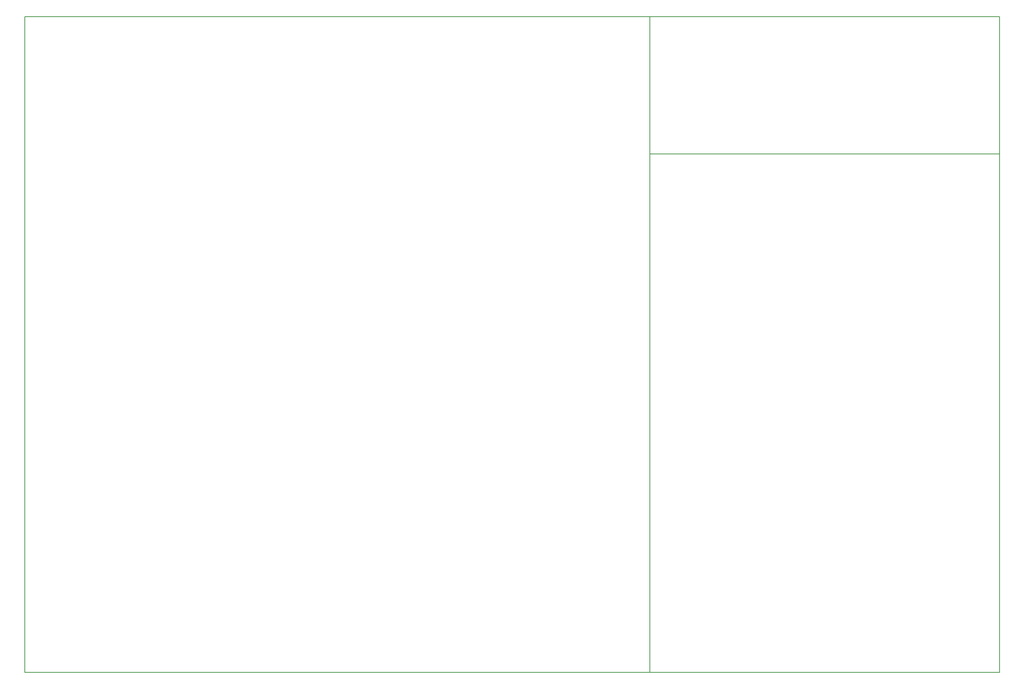
<source format=gbr>
%TF.GenerationSoftware,KiCad,Pcbnew,(5.1.6)-1*%
%TF.CreationDate,2021-09-01T11:51:21+02:00*%
%TF.ProjectId,_Asclepios-Ohmmeter-v2,b5417363-6c65-4706-996f-732d4f686d6d,rev?*%
%TF.SameCoordinates,PXc65d40PYa4fc540*%
%TF.FileFunction,OtherDrawing,Comment*%
%FSLAX46Y46*%
G04 Gerber Fmt 4.6, Leading zero omitted, Abs format (unit mm)*
G04 Created by KiCad (PCBNEW (5.1.6)-1) date 2021-09-01 11:51:21*
%MOMM*%
%LPD*%
G01*
G04 APERTURE LIST*
%ADD10C,0.150000*%
G04 APERTURE END LIST*
D10*
X148000000Y117000000D02*
X148000000Y155000000D01*
X228000000Y123604000D02*
X148000000Y123604000D01*
X228000000Y155000000D02*
X228000000Y117000000D01*
X148000000Y155000000D02*
X148000000Y5000000D01*
X228000000Y155000000D02*
X148000000Y155000000D01*
X228000000Y155000000D02*
X5000000Y155000000D01*
X228000000Y5000000D02*
X228000000Y155000000D01*
X5000000Y5000000D02*
X228000000Y5000000D01*
X5000000Y155000000D02*
X5000000Y5000000D01*
M02*

</source>
